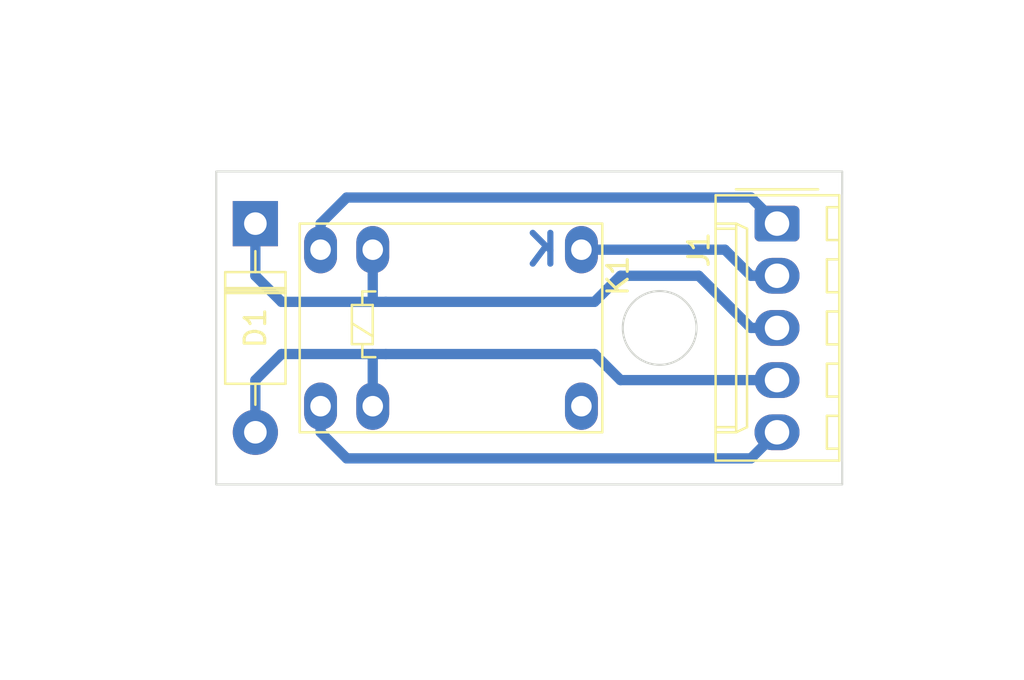
<source format=kicad_pcb>
(kicad_pcb (version 20211014) (generator pcbnew)
  (layers (0 "F.Cu" signal) (31 "B.Cu" signal) (34 "B.Paste" user) (35 "F.Paste" user) (36 "B.SilkS" user "B.Silkscreen") (37 "F.SilkS" user "F.Silkscreen") (38 "B.Mask" user) (39 "F.Mask" user) (44 "Edge.Cuts" user))
  (net 0 "")
  (net 1 "/DP")
  (net 2 "/DN")
  (net 3 "/NO")
  (net 4 "/COM")
  (net 5 "/NC")
  (footprint "Relay_THT:Relay_SPDT_HJR-4102" (layer "F.Cu") (at 130.175 82.55 -90)
    (fp_text reference "K1" (at 1.27 -1.778 90) (layer "F.SilkS"))
    (fp_text value "TIANBO-HJR-4102-L")
    (fp_line (start 8.89 -1.016) (end 8.89 13.716) (layer "F.SilkS") (width 0.12))
    (fp_line (start 4.216 10.16) (end 3.581 11.176) (layer "F.SilkS") (width 0.12))
    (fp_line (start 4.597 10.16) (end 4.597 11.176) (layer "F.SilkS") (width 0.12))
    (fp_line (start 5.232 10.033) (end 5.232 10.668) (layer "F.SilkS") (width 0.12))
    (fp_line (start 2.692 11.176) (end 4.597 11.176) (layer "F.SilkS") (width 0.12))
    (fp_line (start 8.89 13.716) (end -1.27 13.716) (layer "F.SilkS") (width 0.12))
    (fp_line (start 4.597 10.16) (end 2.692 10.16) (layer "F.SilkS") (width 0.12))
    (fp_line (start -1.27 -1.016) (end 8.89 -1.016) (layer "F.SilkS") (width 0.12))
    (fp_line (start 5.232 10.668) (end 4.597 10.668) (layer "F.SilkS") (width 0.12))
    (fp_line (start 2.032 10.033) (end 2.032 10.668) (layer "F.SilkS") (width 0.12))
    (fp_line (start -1.27 13.716) (end -1.27 -1.016) (layer "F.SilkS") (width 0.12))
    (fp_line (start 2.692 10.16) (end 2.692 11.176) (layer "F.SilkS") (width 0.12))
    (fp_line (start 2.032 10.668) (end 2.692 10.668) (layer "F.SilkS") (width 0.12))
    (pad "5" thru_hole oval (at 0 10.16 270) (size 2.3 1.6) (drill 1) (layers *.Cu *.Mask) (net 2 "/DN"))
    (pad "6" thru_hole oval (at 0 12.7 270) (size 2.3 1.6) (drill 1) (layers *.Cu *.Mask) (net 3 "/NO"))
    (pad "7" thru_hole oval (at 7.62 12.7 270) (size 2.3 1.6) (drill 1) (layers *.Cu *.Mask) (net 5 "/NC"))
    (pad "8" thru_hole oval (at 7.62 10.16 270) (size 2.3 1.6) (drill 1) (layers *.Cu *.Mask) (net 1 "/DP"))
    (pad "12" thru_hole oval (at 0 0 270) (size 2.3 1.6) (drill 1) (layers *.Cu *.Mask) (net 4 "/COM"))
    (pad "12" thru_hole oval (at 7.62 0 270) (size 2.3 1.6) (drill 1) (layers *.Cu *.Mask) (net 4 "/COM"))
  )
  (footprint "Diode_THT:D_DO-41_SOD81_P10.16mm_Horizontal" (layer "F.Cu") (at 114.3 81.28 -90)
    (fp_text reference "D1" (at 5.08 0 90) (layer "F.SilkS"))
    (fp_text value "1N4004")
    (fp_line (start 3.38 -1.47) (end 3.38 1.47) (layer "F.SilkS") (width 0.12))
    (fp_line (start 2.36 1.47) (end 7.8 1.47) (layer "F.SilkS") (width 0.12))
    (fp_line (start 2.36 -1.47) (end 2.36 1.47) (layer "F.SilkS") (width 0.12))
    (fp_line (start 1.34 0) (end 2.36 0) (layer "F.SilkS") (width 0.12))
    (fp_line (start 8.82 0) (end 7.8 0) (layer "F.SilkS") (width 0.12))
    (fp_line (start 3.14 -1.47) (end 3.14 1.47) (layer "F.SilkS") (width 0.12))
    (fp_line (start 3.26 -1.47) (end 3.26 1.47) (layer "F.SilkS") (width 0.12))
    (fp_line (start 7.8 1.47) (end 7.8 -1.47) (layer "F.SilkS") (width 0.12))
    (fp_line (start 7.8 -1.47) (end 2.36 -1.47) (layer "F.SilkS") (width 0.12))
    (pad "1" thru_hole rect (at 0 0 270) (size 2.2 2.2) (drill 1.1) (layers *.Cu *.Mask) (net 2 "/DN"))
    (pad "2" thru_hole oval (at 10.16 0 270) (size 2.2 2.2) (drill 1.1) (layers *.Cu *.Mask) (net 1 "/DP"))
  )
  (footprint "Connector_Molex:Molex_KK-254_AE-6410-05A_1x05_P2.54mm_Vertical" (layer "F.Cu") (at 139.7 81.28 -90)
    (fp_text reference "J1" (at 1.27 3.81 90) (layer "F.SilkS"))
    (fp_text value "Conn_01x05")
    (fp_line (start 9.36 -2.43) (end 10.96 -2.43) (layer "F.SilkS") (width 0.12))
    (fp_line (start 0.25 2.99) (end 0.25 1.99) (layer "F.SilkS") (width 0.12))
    (fp_line (start 0 2.99) (end 0 1.99) (layer "F.SilkS") (width 0.12))
    (fp_line (start 0 1.99) (end 10.16 1.99) (layer "F.SilkS") (width 0.12))
    (fp_line (start 9.91 2.99) (end 9.91 1.99) (layer "F.SilkS") (width 0.12))
    (fp_line (start 5.88 -2.43) (end 5.88 -3.03) (layer "F.SilkS") (width 0.12))
    (fp_line (start 0 1.99) (end 0.25 1.46) (layer "F.SilkS") (width 0.12))
    (fp_line (start 0.8 -2.43) (end 0.8 -3.03) (layer "F.SilkS") (width 0.12))
    (fp_line (start 1.74 -2.43) (end 3.34 -2.43) (layer "F.SilkS") (width 0.12))
    (fp_line (start 6.82 -3.03) (end 6.82 -2.43) (layer "F.SilkS") (width 0.12))
    (fp_line (start -0.8 -3.03) (end -0.8 -2.43) (layer "F.SilkS") (width 0.12))
    (fp_line (start -1.67 -2) (end -1.67 2) (layer "F.SilkS") (width 0.12))
    (fp_line (start 6.82 -2.43) (end 8.42 -2.43) (layer "F.SilkS") (width 0.12))
    (fp_line (start -1.38 -3.03) (end -1.38 2.99) (layer "F.SilkS") (width 0.12))
    (fp_line (start 9.91 1.46) (end 10.16 1.99) (layer "F.SilkS") (width 0.12))
    (fp_line (start 1.74 -3.03) (end 1.74 -2.43) (layer "F.SilkS") (width 0.12))
    (fp_line (start 11.54 -3.03) (end -1.38 -3.03) (layer "F.SilkS") (width 0.12))
    (fp_line (start -0.8 -2.43) (end 0.8 -2.43) (layer "F.SilkS") (width 0.12))
    (fp_line (start 9.36 -3.03) (end 9.36 -2.43) (layer "F.SilkS") (width 0.12))
    (fp_line (start 8.42 -2.43) (end 8.42 -3.03) (layer "F.SilkS") (width 0.12))
    (fp_line (start 10.96 -2.43) (end 10.96 -3.03) (layer "F.SilkS") (width 0.12))
    (fp_line (start 3.34 -2.43) (end 3.34 -3.03) (layer "F.SilkS") (width 0.12))
    (fp_line (start 4.28 -3.03) (end 4.28 -2.43) (layer "F.SilkS") (width 0.12))
    (fp_line (start 10.16 1.99) (end 10.16 2.99) (layer "F.SilkS") (width 0.12))
    (fp_line (start 11.54 2.99) (end 11.54 -3.03) (layer "F.SilkS") (width 0.12))
    (fp_line (start -1.38 2.99) (end 11.54 2.99) (layer "F.SilkS") (width 0.12))
    (fp_line (start 0.25 1.46) (end 9.91 1.46) (layer "F.SilkS") (width 0.12))
    (fp_line (start 4.28 -2.43) (end 5.88 -2.43) (layer "F.SilkS") (width 0.12))
    (pad "1" thru_hole roundrect (at 0 0 270) (size 1.74 2.19) (drill 1.19) (layers *.Cu *.Mask) (roundrect_rratio 0.1436781609) (net 3 "/NO"))
    (pad "2" thru_hole oval (at 2.54 0 270) (size 1.74 2.19) (drill 1.19) (layers *.Cu *.Mask) (net 4 "/COM"))
    (pad "3" thru_hole oval (at 5.08 0 270) (size 1.74 2.19) (drill 1.19) (layers *.Cu *.Mask) (net 2 "/DN"))
    (pad "4" thru_hole oval (at 7.62 0 270) (size 1.74 2.19) (drill 1.19) (layers *.Cu *.Mask) (net 1 "/DP"))
    (pad "5" thru_hole oval (at 10.16 0 270) (size 1.74 2.19) (drill 1.19) (layers *.Cu *.Mask) (net 5 "/NC"))
  )
  (gr_circle (center 133.985 86.36) (end 132.715 85.09) (layer "Edge.Cuts") (width 0.1) (fill none))
  (gr_rect (start 112.395 78.74) (end 142.875 93.98) (layer "Edge.Cuts") (width 0.1) (fill none))
  (gr_text "K" (at 128.27 82.55) (layer "B.Cu") (effects (font (size 1.5 1.5) (thickness 0.3)) (justify mirror)))
  (segment (start 132.08 88.9) (end 139.7 88.9) (width 0.5) (layer "B.Cu") (net 1))
  (segment (start 115.57 87.63) (end 120.65 87.63) (width 0.5) (layer "B.Cu") (net 1))
  (segment (start 114.3 91.44) (end 114.3 88.9) (width 0.5) (layer "B.Cu") (net 1))
  (segment (start 114.3 88.9) (end 115.57 87.63) (width 0.5) (layer "B.Cu") (net 1))
  (segment (start 120.65 87.63) (end 130.81 87.63) (width 0.5) (layer "B.Cu") (net 1))
  (segment (start 120.015 90.17) (end 120.015 87.63) (width 0.5) (layer "B.Cu") (net 1))
  (segment (start 130.81 87.63) (end 132.08 88.9) (width 0.5) (layer "B.Cu") (net 1))
  (segment (start 120.015 82.55) (end 120.015 85.09) (width 0.5) (layer "B.Cu") (net 2))
  (segment (start 114.3 81.28) (end 114.3 83.82) (width 0.5) (layer "B.Cu") (net 2))
  (segment (start 130.81 85.09) (end 120.65 85.09) (width 0.5) (layer "B.Cu") (net 2))
  (segment (start 135.89 83.82) (end 132.08 83.82) (width 0.5) (layer "B.Cu") (net 2))
  (segment (start 115.57 85.09) (end 120.65 85.09) (width 0.5) (layer "B.Cu") (net 2))
  (segment (start 139.7 86.36) (end 138.43 86.36) (width 0.5) (layer "B.Cu") (net 2))
  (segment (start 132.08 83.82) (end 130.81 85.09) (width 0.5) (layer "B.Cu") (net 2))
  (segment (start 138.43 86.36) (end 135.89 83.82) (width 0.5) (layer "B.Cu") (net 2))
  (segment (start 114.3 83.82) (end 115.57 85.09) (width 0.5) (layer "B.Cu") (net 2))
  (segment (start 117.475 81.28) (end 117.475 82.55) (width 0.5) (layer "B.Cu") (net 3))
  (segment (start 138.43 80.01) (end 118.745 80.01) (width 0.5) (layer "B.Cu") (net 3))
  (segment (start 118.745 80.01) (end 117.475 81.28) (width 0.5) (layer "B.Cu") (net 3))
  (segment (start 139.7 81.28) (end 138.43 80.01) (width 0.5) (layer "B.Cu") (net 3))
  (segment (start 137.16 82.55) (end 130.175 82.55) (width 0.5) (layer "B.Cu") (net 4))
  (segment (start 139.7 83.82) (end 138.43 83.82) (width 0.5) (layer "B.Cu") (net 4))
  (segment (start 138.43 83.82) (end 137.16 82.55) (width 0.5) (layer "B.Cu") (net 4))
  (segment (start 117.475 91.44) (end 117.475 90.17) (width 0.5) (layer "B.Cu") (net 5))
  (segment (start 139.7 91.44) (end 138.43 92.71) (width 0.5) (layer "B.Cu") (net 5))
  (segment (start 138.43 92.71) (end 118.745 92.71) (width 0.5) (layer "B.Cu") (net 5))
  (segment (start 118.745 92.71) (end 117.475 91.44) (width 0.5) (layer "B.Cu") (net 5))
)
</source>
